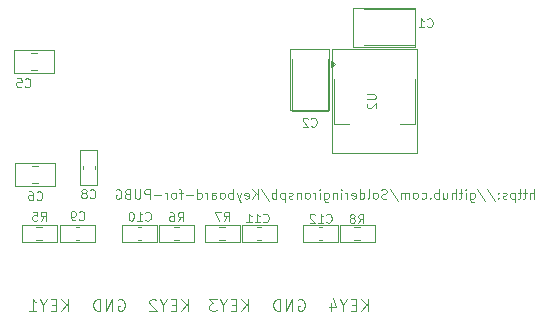
<source format=gbr>
%TF.GenerationSoftware,KiCad,Pcbnew,8.0.7*%
%TF.CreationDate,2025-04-18T18:12:16+03:00*%
%TF.ProjectId,PUBG_KEY,50554247-5f4b-4455-992e-6b696361645f,rev?*%
%TF.SameCoordinates,Original*%
%TF.FileFunction,Legend,Bot*%
%TF.FilePolarity,Positive*%
%FSLAX46Y46*%
G04 Gerber Fmt 4.6, Leading zero omitted, Abs format (unit mm)*
G04 Created by KiCad (PCBNEW 8.0.7) date 2025-04-18 18:12:16*
%MOMM*%
%LPD*%
G01*
G04 APERTURE LIST*
%ADD10C,0.125000*%
%ADD11C,0.100000*%
%ADD12C,0.120000*%
G04 APERTURE END LIST*
D10*
X103227287Y-84395595D02*
X103227287Y-83595595D01*
X102884430Y-84395595D02*
X102884430Y-83976547D01*
X102884430Y-83976547D02*
X102922525Y-83900357D01*
X102922525Y-83900357D02*
X102998716Y-83862261D01*
X102998716Y-83862261D02*
X103113002Y-83862261D01*
X103113002Y-83862261D02*
X103189192Y-83900357D01*
X103189192Y-83900357D02*
X103227287Y-83938452D01*
X102617763Y-83862261D02*
X102313001Y-83862261D01*
X102503477Y-83595595D02*
X102503477Y-84281309D01*
X102503477Y-84281309D02*
X102465382Y-84357500D01*
X102465382Y-84357500D02*
X102389192Y-84395595D01*
X102389192Y-84395595D02*
X102313001Y-84395595D01*
X102160620Y-83862261D02*
X101855858Y-83862261D01*
X102046334Y-83595595D02*
X102046334Y-84281309D01*
X102046334Y-84281309D02*
X102008239Y-84357500D01*
X102008239Y-84357500D02*
X101932049Y-84395595D01*
X101932049Y-84395595D02*
X101855858Y-84395595D01*
X101589191Y-83862261D02*
X101589191Y-84662261D01*
X101589191Y-83900357D02*
X101513001Y-83862261D01*
X101513001Y-83862261D02*
X101360620Y-83862261D01*
X101360620Y-83862261D02*
X101284429Y-83900357D01*
X101284429Y-83900357D02*
X101246334Y-83938452D01*
X101246334Y-83938452D02*
X101208239Y-84014642D01*
X101208239Y-84014642D02*
X101208239Y-84243214D01*
X101208239Y-84243214D02*
X101246334Y-84319404D01*
X101246334Y-84319404D02*
X101284429Y-84357500D01*
X101284429Y-84357500D02*
X101360620Y-84395595D01*
X101360620Y-84395595D02*
X101513001Y-84395595D01*
X101513001Y-84395595D02*
X101589191Y-84357500D01*
X100903477Y-84357500D02*
X100827286Y-84395595D01*
X100827286Y-84395595D02*
X100674905Y-84395595D01*
X100674905Y-84395595D02*
X100598715Y-84357500D01*
X100598715Y-84357500D02*
X100560619Y-84281309D01*
X100560619Y-84281309D02*
X100560619Y-84243214D01*
X100560619Y-84243214D02*
X100598715Y-84167023D01*
X100598715Y-84167023D02*
X100674905Y-84128928D01*
X100674905Y-84128928D02*
X100789191Y-84128928D01*
X100789191Y-84128928D02*
X100865381Y-84090833D01*
X100865381Y-84090833D02*
X100903477Y-84014642D01*
X100903477Y-84014642D02*
X100903477Y-83976547D01*
X100903477Y-83976547D02*
X100865381Y-83900357D01*
X100865381Y-83900357D02*
X100789191Y-83862261D01*
X100789191Y-83862261D02*
X100674905Y-83862261D01*
X100674905Y-83862261D02*
X100598715Y-83900357D01*
X100217762Y-84319404D02*
X100179667Y-84357500D01*
X100179667Y-84357500D02*
X100217762Y-84395595D01*
X100217762Y-84395595D02*
X100255858Y-84357500D01*
X100255858Y-84357500D02*
X100217762Y-84319404D01*
X100217762Y-84319404D02*
X100217762Y-84395595D01*
X100217762Y-83900357D02*
X100179667Y-83938452D01*
X100179667Y-83938452D02*
X100217762Y-83976547D01*
X100217762Y-83976547D02*
X100255858Y-83938452D01*
X100255858Y-83938452D02*
X100217762Y-83900357D01*
X100217762Y-83900357D02*
X100217762Y-83976547D01*
X99265382Y-83557500D02*
X99951096Y-84586071D01*
X98427287Y-83557500D02*
X99113001Y-84586071D01*
X97817763Y-83862261D02*
X97817763Y-84509880D01*
X97817763Y-84509880D02*
X97855858Y-84586071D01*
X97855858Y-84586071D02*
X97893954Y-84624166D01*
X97893954Y-84624166D02*
X97970144Y-84662261D01*
X97970144Y-84662261D02*
X98084430Y-84662261D01*
X98084430Y-84662261D02*
X98160620Y-84624166D01*
X97817763Y-84357500D02*
X97893954Y-84395595D01*
X97893954Y-84395595D02*
X98046335Y-84395595D01*
X98046335Y-84395595D02*
X98122525Y-84357500D01*
X98122525Y-84357500D02*
X98160620Y-84319404D01*
X98160620Y-84319404D02*
X98198716Y-84243214D01*
X98198716Y-84243214D02*
X98198716Y-84014642D01*
X98198716Y-84014642D02*
X98160620Y-83938452D01*
X98160620Y-83938452D02*
X98122525Y-83900357D01*
X98122525Y-83900357D02*
X98046335Y-83862261D01*
X98046335Y-83862261D02*
X97893954Y-83862261D01*
X97893954Y-83862261D02*
X97817763Y-83900357D01*
X97436810Y-84395595D02*
X97436810Y-83862261D01*
X97436810Y-83595595D02*
X97474906Y-83633690D01*
X97474906Y-83633690D02*
X97436810Y-83671785D01*
X97436810Y-83671785D02*
X97398715Y-83633690D01*
X97398715Y-83633690D02*
X97436810Y-83595595D01*
X97436810Y-83595595D02*
X97436810Y-83671785D01*
X97170144Y-83862261D02*
X96865382Y-83862261D01*
X97055858Y-83595595D02*
X97055858Y-84281309D01*
X97055858Y-84281309D02*
X97017763Y-84357500D01*
X97017763Y-84357500D02*
X96941573Y-84395595D01*
X96941573Y-84395595D02*
X96865382Y-84395595D01*
X96598715Y-84395595D02*
X96598715Y-83595595D01*
X96255858Y-84395595D02*
X96255858Y-83976547D01*
X96255858Y-83976547D02*
X96293953Y-83900357D01*
X96293953Y-83900357D02*
X96370144Y-83862261D01*
X96370144Y-83862261D02*
X96484430Y-83862261D01*
X96484430Y-83862261D02*
X96560620Y-83900357D01*
X96560620Y-83900357D02*
X96598715Y-83938452D01*
X95532048Y-83862261D02*
X95532048Y-84395595D01*
X95874905Y-83862261D02*
X95874905Y-84281309D01*
X95874905Y-84281309D02*
X95836810Y-84357500D01*
X95836810Y-84357500D02*
X95760620Y-84395595D01*
X95760620Y-84395595D02*
X95646334Y-84395595D01*
X95646334Y-84395595D02*
X95570143Y-84357500D01*
X95570143Y-84357500D02*
X95532048Y-84319404D01*
X95151095Y-84395595D02*
X95151095Y-83595595D01*
X95151095Y-83900357D02*
X95074905Y-83862261D01*
X95074905Y-83862261D02*
X94922524Y-83862261D01*
X94922524Y-83862261D02*
X94846333Y-83900357D01*
X94846333Y-83900357D02*
X94808238Y-83938452D01*
X94808238Y-83938452D02*
X94770143Y-84014642D01*
X94770143Y-84014642D02*
X94770143Y-84243214D01*
X94770143Y-84243214D02*
X94808238Y-84319404D01*
X94808238Y-84319404D02*
X94846333Y-84357500D01*
X94846333Y-84357500D02*
X94922524Y-84395595D01*
X94922524Y-84395595D02*
X95074905Y-84395595D01*
X95074905Y-84395595D02*
X95151095Y-84357500D01*
X94427285Y-84319404D02*
X94389190Y-84357500D01*
X94389190Y-84357500D02*
X94427285Y-84395595D01*
X94427285Y-84395595D02*
X94465381Y-84357500D01*
X94465381Y-84357500D02*
X94427285Y-84319404D01*
X94427285Y-84319404D02*
X94427285Y-84395595D01*
X93703476Y-84357500D02*
X93779667Y-84395595D01*
X93779667Y-84395595D02*
X93932048Y-84395595D01*
X93932048Y-84395595D02*
X94008238Y-84357500D01*
X94008238Y-84357500D02*
X94046333Y-84319404D01*
X94046333Y-84319404D02*
X94084429Y-84243214D01*
X94084429Y-84243214D02*
X94084429Y-84014642D01*
X94084429Y-84014642D02*
X94046333Y-83938452D01*
X94046333Y-83938452D02*
X94008238Y-83900357D01*
X94008238Y-83900357D02*
X93932048Y-83862261D01*
X93932048Y-83862261D02*
X93779667Y-83862261D01*
X93779667Y-83862261D02*
X93703476Y-83900357D01*
X93246334Y-84395595D02*
X93322524Y-84357500D01*
X93322524Y-84357500D02*
X93360619Y-84319404D01*
X93360619Y-84319404D02*
X93398715Y-84243214D01*
X93398715Y-84243214D02*
X93398715Y-84014642D01*
X93398715Y-84014642D02*
X93360619Y-83938452D01*
X93360619Y-83938452D02*
X93322524Y-83900357D01*
X93322524Y-83900357D02*
X93246334Y-83862261D01*
X93246334Y-83862261D02*
X93132048Y-83862261D01*
X93132048Y-83862261D02*
X93055857Y-83900357D01*
X93055857Y-83900357D02*
X93017762Y-83938452D01*
X93017762Y-83938452D02*
X92979667Y-84014642D01*
X92979667Y-84014642D02*
X92979667Y-84243214D01*
X92979667Y-84243214D02*
X93017762Y-84319404D01*
X93017762Y-84319404D02*
X93055857Y-84357500D01*
X93055857Y-84357500D02*
X93132048Y-84395595D01*
X93132048Y-84395595D02*
X93246334Y-84395595D01*
X92636809Y-84395595D02*
X92636809Y-83862261D01*
X92636809Y-83938452D02*
X92598714Y-83900357D01*
X92598714Y-83900357D02*
X92522524Y-83862261D01*
X92522524Y-83862261D02*
X92408238Y-83862261D01*
X92408238Y-83862261D02*
X92332047Y-83900357D01*
X92332047Y-83900357D02*
X92293952Y-83976547D01*
X92293952Y-83976547D02*
X92293952Y-84395595D01*
X92293952Y-83976547D02*
X92255857Y-83900357D01*
X92255857Y-83900357D02*
X92179666Y-83862261D01*
X92179666Y-83862261D02*
X92065381Y-83862261D01*
X92065381Y-83862261D02*
X91989190Y-83900357D01*
X91989190Y-83900357D02*
X91951095Y-83976547D01*
X91951095Y-83976547D02*
X91951095Y-84395595D01*
X90998714Y-83557500D02*
X91684428Y-84586071D01*
X90770143Y-84357500D02*
X90655857Y-84395595D01*
X90655857Y-84395595D02*
X90465381Y-84395595D01*
X90465381Y-84395595D02*
X90389190Y-84357500D01*
X90389190Y-84357500D02*
X90351095Y-84319404D01*
X90351095Y-84319404D02*
X90313000Y-84243214D01*
X90313000Y-84243214D02*
X90313000Y-84167023D01*
X90313000Y-84167023D02*
X90351095Y-84090833D01*
X90351095Y-84090833D02*
X90389190Y-84052738D01*
X90389190Y-84052738D02*
X90465381Y-84014642D01*
X90465381Y-84014642D02*
X90617762Y-83976547D01*
X90617762Y-83976547D02*
X90693952Y-83938452D01*
X90693952Y-83938452D02*
X90732047Y-83900357D01*
X90732047Y-83900357D02*
X90770143Y-83824166D01*
X90770143Y-83824166D02*
X90770143Y-83747976D01*
X90770143Y-83747976D02*
X90732047Y-83671785D01*
X90732047Y-83671785D02*
X90693952Y-83633690D01*
X90693952Y-83633690D02*
X90617762Y-83595595D01*
X90617762Y-83595595D02*
X90427285Y-83595595D01*
X90427285Y-83595595D02*
X90313000Y-83633690D01*
X89855857Y-84395595D02*
X89932047Y-84357500D01*
X89932047Y-84357500D02*
X89970142Y-84319404D01*
X89970142Y-84319404D02*
X90008238Y-84243214D01*
X90008238Y-84243214D02*
X90008238Y-84014642D01*
X90008238Y-84014642D02*
X89970142Y-83938452D01*
X89970142Y-83938452D02*
X89932047Y-83900357D01*
X89932047Y-83900357D02*
X89855857Y-83862261D01*
X89855857Y-83862261D02*
X89741571Y-83862261D01*
X89741571Y-83862261D02*
X89665380Y-83900357D01*
X89665380Y-83900357D02*
X89627285Y-83938452D01*
X89627285Y-83938452D02*
X89589190Y-84014642D01*
X89589190Y-84014642D02*
X89589190Y-84243214D01*
X89589190Y-84243214D02*
X89627285Y-84319404D01*
X89627285Y-84319404D02*
X89665380Y-84357500D01*
X89665380Y-84357500D02*
X89741571Y-84395595D01*
X89741571Y-84395595D02*
X89855857Y-84395595D01*
X89132047Y-84395595D02*
X89208237Y-84357500D01*
X89208237Y-84357500D02*
X89246332Y-84281309D01*
X89246332Y-84281309D02*
X89246332Y-83595595D01*
X88484427Y-84395595D02*
X88484427Y-83595595D01*
X88484427Y-84357500D02*
X88560618Y-84395595D01*
X88560618Y-84395595D02*
X88712999Y-84395595D01*
X88712999Y-84395595D02*
X88789189Y-84357500D01*
X88789189Y-84357500D02*
X88827284Y-84319404D01*
X88827284Y-84319404D02*
X88865380Y-84243214D01*
X88865380Y-84243214D02*
X88865380Y-84014642D01*
X88865380Y-84014642D02*
X88827284Y-83938452D01*
X88827284Y-83938452D02*
X88789189Y-83900357D01*
X88789189Y-83900357D02*
X88712999Y-83862261D01*
X88712999Y-83862261D02*
X88560618Y-83862261D01*
X88560618Y-83862261D02*
X88484427Y-83900357D01*
X87798712Y-84357500D02*
X87874903Y-84395595D01*
X87874903Y-84395595D02*
X88027284Y-84395595D01*
X88027284Y-84395595D02*
X88103474Y-84357500D01*
X88103474Y-84357500D02*
X88141570Y-84281309D01*
X88141570Y-84281309D02*
X88141570Y-83976547D01*
X88141570Y-83976547D02*
X88103474Y-83900357D01*
X88103474Y-83900357D02*
X88027284Y-83862261D01*
X88027284Y-83862261D02*
X87874903Y-83862261D01*
X87874903Y-83862261D02*
X87798712Y-83900357D01*
X87798712Y-83900357D02*
X87760617Y-83976547D01*
X87760617Y-83976547D02*
X87760617Y-84052738D01*
X87760617Y-84052738D02*
X88141570Y-84128928D01*
X87417760Y-84395595D02*
X87417760Y-83862261D01*
X87417760Y-84014642D02*
X87379665Y-83938452D01*
X87379665Y-83938452D02*
X87341570Y-83900357D01*
X87341570Y-83900357D02*
X87265379Y-83862261D01*
X87265379Y-83862261D02*
X87189189Y-83862261D01*
X86922522Y-84395595D02*
X86922522Y-83862261D01*
X86922522Y-83595595D02*
X86960618Y-83633690D01*
X86960618Y-83633690D02*
X86922522Y-83671785D01*
X86922522Y-83671785D02*
X86884427Y-83633690D01*
X86884427Y-83633690D02*
X86922522Y-83595595D01*
X86922522Y-83595595D02*
X86922522Y-83671785D01*
X86541570Y-83862261D02*
X86541570Y-84395595D01*
X86541570Y-83938452D02*
X86503475Y-83900357D01*
X86503475Y-83900357D02*
X86427285Y-83862261D01*
X86427285Y-83862261D02*
X86312999Y-83862261D01*
X86312999Y-83862261D02*
X86236808Y-83900357D01*
X86236808Y-83900357D02*
X86198713Y-83976547D01*
X86198713Y-83976547D02*
X86198713Y-84395595D01*
X85474903Y-83862261D02*
X85474903Y-84509880D01*
X85474903Y-84509880D02*
X85512998Y-84586071D01*
X85512998Y-84586071D02*
X85551094Y-84624166D01*
X85551094Y-84624166D02*
X85627284Y-84662261D01*
X85627284Y-84662261D02*
X85741570Y-84662261D01*
X85741570Y-84662261D02*
X85817760Y-84624166D01*
X85474903Y-84357500D02*
X85551094Y-84395595D01*
X85551094Y-84395595D02*
X85703475Y-84395595D01*
X85703475Y-84395595D02*
X85779665Y-84357500D01*
X85779665Y-84357500D02*
X85817760Y-84319404D01*
X85817760Y-84319404D02*
X85855856Y-84243214D01*
X85855856Y-84243214D02*
X85855856Y-84014642D01*
X85855856Y-84014642D02*
X85817760Y-83938452D01*
X85817760Y-83938452D02*
X85779665Y-83900357D01*
X85779665Y-83900357D02*
X85703475Y-83862261D01*
X85703475Y-83862261D02*
X85551094Y-83862261D01*
X85551094Y-83862261D02*
X85474903Y-83900357D01*
X85093950Y-84395595D02*
X85093950Y-83862261D01*
X85093950Y-83595595D02*
X85132046Y-83633690D01*
X85132046Y-83633690D02*
X85093950Y-83671785D01*
X85093950Y-83671785D02*
X85055855Y-83633690D01*
X85055855Y-83633690D02*
X85093950Y-83595595D01*
X85093950Y-83595595D02*
X85093950Y-83671785D01*
X84712998Y-84395595D02*
X84712998Y-83862261D01*
X84712998Y-84014642D02*
X84674903Y-83938452D01*
X84674903Y-83938452D02*
X84636808Y-83900357D01*
X84636808Y-83900357D02*
X84560617Y-83862261D01*
X84560617Y-83862261D02*
X84484427Y-83862261D01*
X84103475Y-84395595D02*
X84179665Y-84357500D01*
X84179665Y-84357500D02*
X84217760Y-84319404D01*
X84217760Y-84319404D02*
X84255856Y-84243214D01*
X84255856Y-84243214D02*
X84255856Y-84014642D01*
X84255856Y-84014642D02*
X84217760Y-83938452D01*
X84217760Y-83938452D02*
X84179665Y-83900357D01*
X84179665Y-83900357D02*
X84103475Y-83862261D01*
X84103475Y-83862261D02*
X83989189Y-83862261D01*
X83989189Y-83862261D02*
X83912998Y-83900357D01*
X83912998Y-83900357D02*
X83874903Y-83938452D01*
X83874903Y-83938452D02*
X83836808Y-84014642D01*
X83836808Y-84014642D02*
X83836808Y-84243214D01*
X83836808Y-84243214D02*
X83874903Y-84319404D01*
X83874903Y-84319404D02*
X83912998Y-84357500D01*
X83912998Y-84357500D02*
X83989189Y-84395595D01*
X83989189Y-84395595D02*
X84103475Y-84395595D01*
X83493950Y-83862261D02*
X83493950Y-84395595D01*
X83493950Y-83938452D02*
X83455855Y-83900357D01*
X83455855Y-83900357D02*
X83379665Y-83862261D01*
X83379665Y-83862261D02*
X83265379Y-83862261D01*
X83265379Y-83862261D02*
X83189188Y-83900357D01*
X83189188Y-83900357D02*
X83151093Y-83976547D01*
X83151093Y-83976547D02*
X83151093Y-84395595D01*
X82808236Y-84357500D02*
X82732045Y-84395595D01*
X82732045Y-84395595D02*
X82579664Y-84395595D01*
X82579664Y-84395595D02*
X82503474Y-84357500D01*
X82503474Y-84357500D02*
X82465378Y-84281309D01*
X82465378Y-84281309D02*
X82465378Y-84243214D01*
X82465378Y-84243214D02*
X82503474Y-84167023D01*
X82503474Y-84167023D02*
X82579664Y-84128928D01*
X82579664Y-84128928D02*
X82693950Y-84128928D01*
X82693950Y-84128928D02*
X82770140Y-84090833D01*
X82770140Y-84090833D02*
X82808236Y-84014642D01*
X82808236Y-84014642D02*
X82808236Y-83976547D01*
X82808236Y-83976547D02*
X82770140Y-83900357D01*
X82770140Y-83900357D02*
X82693950Y-83862261D01*
X82693950Y-83862261D02*
X82579664Y-83862261D01*
X82579664Y-83862261D02*
X82503474Y-83900357D01*
X82122521Y-83862261D02*
X82122521Y-84662261D01*
X82122521Y-83900357D02*
X82046331Y-83862261D01*
X82046331Y-83862261D02*
X81893950Y-83862261D01*
X81893950Y-83862261D02*
X81817759Y-83900357D01*
X81817759Y-83900357D02*
X81779664Y-83938452D01*
X81779664Y-83938452D02*
X81741569Y-84014642D01*
X81741569Y-84014642D02*
X81741569Y-84243214D01*
X81741569Y-84243214D02*
X81779664Y-84319404D01*
X81779664Y-84319404D02*
X81817759Y-84357500D01*
X81817759Y-84357500D02*
X81893950Y-84395595D01*
X81893950Y-84395595D02*
X82046331Y-84395595D01*
X82046331Y-84395595D02*
X82122521Y-84357500D01*
X81398711Y-84395595D02*
X81398711Y-83595595D01*
X81398711Y-83900357D02*
X81322521Y-83862261D01*
X81322521Y-83862261D02*
X81170140Y-83862261D01*
X81170140Y-83862261D02*
X81093949Y-83900357D01*
X81093949Y-83900357D02*
X81055854Y-83938452D01*
X81055854Y-83938452D02*
X81017759Y-84014642D01*
X81017759Y-84014642D02*
X81017759Y-84243214D01*
X81017759Y-84243214D02*
X81055854Y-84319404D01*
X81055854Y-84319404D02*
X81093949Y-84357500D01*
X81093949Y-84357500D02*
X81170140Y-84395595D01*
X81170140Y-84395595D02*
X81322521Y-84395595D01*
X81322521Y-84395595D02*
X81398711Y-84357500D01*
X80103473Y-83557500D02*
X80789187Y-84586071D01*
X79836806Y-84395595D02*
X79836806Y-83595595D01*
X79379663Y-84395595D02*
X79722521Y-83938452D01*
X79379663Y-83595595D02*
X79836806Y-84052738D01*
X78732044Y-84357500D02*
X78808235Y-84395595D01*
X78808235Y-84395595D02*
X78960616Y-84395595D01*
X78960616Y-84395595D02*
X79036806Y-84357500D01*
X79036806Y-84357500D02*
X79074902Y-84281309D01*
X79074902Y-84281309D02*
X79074902Y-83976547D01*
X79074902Y-83976547D02*
X79036806Y-83900357D01*
X79036806Y-83900357D02*
X78960616Y-83862261D01*
X78960616Y-83862261D02*
X78808235Y-83862261D01*
X78808235Y-83862261D02*
X78732044Y-83900357D01*
X78732044Y-83900357D02*
X78693949Y-83976547D01*
X78693949Y-83976547D02*
X78693949Y-84052738D01*
X78693949Y-84052738D02*
X79074902Y-84128928D01*
X78427283Y-83862261D02*
X78236807Y-84395595D01*
X78046330Y-83862261D02*
X78236807Y-84395595D01*
X78236807Y-84395595D02*
X78312997Y-84586071D01*
X78312997Y-84586071D02*
X78351092Y-84624166D01*
X78351092Y-84624166D02*
X78427283Y-84662261D01*
X77741568Y-84395595D02*
X77741568Y-83595595D01*
X77741568Y-83900357D02*
X77665378Y-83862261D01*
X77665378Y-83862261D02*
X77512997Y-83862261D01*
X77512997Y-83862261D02*
X77436806Y-83900357D01*
X77436806Y-83900357D02*
X77398711Y-83938452D01*
X77398711Y-83938452D02*
X77360616Y-84014642D01*
X77360616Y-84014642D02*
X77360616Y-84243214D01*
X77360616Y-84243214D02*
X77398711Y-84319404D01*
X77398711Y-84319404D02*
X77436806Y-84357500D01*
X77436806Y-84357500D02*
X77512997Y-84395595D01*
X77512997Y-84395595D02*
X77665378Y-84395595D01*
X77665378Y-84395595D02*
X77741568Y-84357500D01*
X76903473Y-84395595D02*
X76979663Y-84357500D01*
X76979663Y-84357500D02*
X77017758Y-84319404D01*
X77017758Y-84319404D02*
X77055854Y-84243214D01*
X77055854Y-84243214D02*
X77055854Y-84014642D01*
X77055854Y-84014642D02*
X77017758Y-83938452D01*
X77017758Y-83938452D02*
X76979663Y-83900357D01*
X76979663Y-83900357D02*
X76903473Y-83862261D01*
X76903473Y-83862261D02*
X76789187Y-83862261D01*
X76789187Y-83862261D02*
X76712996Y-83900357D01*
X76712996Y-83900357D02*
X76674901Y-83938452D01*
X76674901Y-83938452D02*
X76636806Y-84014642D01*
X76636806Y-84014642D02*
X76636806Y-84243214D01*
X76636806Y-84243214D02*
X76674901Y-84319404D01*
X76674901Y-84319404D02*
X76712996Y-84357500D01*
X76712996Y-84357500D02*
X76789187Y-84395595D01*
X76789187Y-84395595D02*
X76903473Y-84395595D01*
X75951091Y-84395595D02*
X75951091Y-83976547D01*
X75951091Y-83976547D02*
X75989186Y-83900357D01*
X75989186Y-83900357D02*
X76065377Y-83862261D01*
X76065377Y-83862261D02*
X76217758Y-83862261D01*
X76217758Y-83862261D02*
X76293948Y-83900357D01*
X75951091Y-84357500D02*
X76027282Y-84395595D01*
X76027282Y-84395595D02*
X76217758Y-84395595D01*
X76217758Y-84395595D02*
X76293948Y-84357500D01*
X76293948Y-84357500D02*
X76332044Y-84281309D01*
X76332044Y-84281309D02*
X76332044Y-84205119D01*
X76332044Y-84205119D02*
X76293948Y-84128928D01*
X76293948Y-84128928D02*
X76217758Y-84090833D01*
X76217758Y-84090833D02*
X76027282Y-84090833D01*
X76027282Y-84090833D02*
X75951091Y-84052738D01*
X75570138Y-84395595D02*
X75570138Y-83862261D01*
X75570138Y-84014642D02*
X75532043Y-83938452D01*
X75532043Y-83938452D02*
X75493948Y-83900357D01*
X75493948Y-83900357D02*
X75417757Y-83862261D01*
X75417757Y-83862261D02*
X75341567Y-83862261D01*
X74732043Y-84395595D02*
X74732043Y-83595595D01*
X74732043Y-84357500D02*
X74808234Y-84395595D01*
X74808234Y-84395595D02*
X74960615Y-84395595D01*
X74960615Y-84395595D02*
X75036805Y-84357500D01*
X75036805Y-84357500D02*
X75074900Y-84319404D01*
X75074900Y-84319404D02*
X75112996Y-84243214D01*
X75112996Y-84243214D02*
X75112996Y-84014642D01*
X75112996Y-84014642D02*
X75074900Y-83938452D01*
X75074900Y-83938452D02*
X75036805Y-83900357D01*
X75036805Y-83900357D02*
X74960615Y-83862261D01*
X74960615Y-83862261D02*
X74808234Y-83862261D01*
X74808234Y-83862261D02*
X74732043Y-83900357D01*
X74351090Y-84090833D02*
X73741567Y-84090833D01*
X73474900Y-83862261D02*
X73170138Y-83862261D01*
X73360614Y-84395595D02*
X73360614Y-83709880D01*
X73360614Y-83709880D02*
X73322519Y-83633690D01*
X73322519Y-83633690D02*
X73246329Y-83595595D01*
X73246329Y-83595595D02*
X73170138Y-83595595D01*
X72789186Y-84395595D02*
X72865376Y-84357500D01*
X72865376Y-84357500D02*
X72903471Y-84319404D01*
X72903471Y-84319404D02*
X72941567Y-84243214D01*
X72941567Y-84243214D02*
X72941567Y-84014642D01*
X72941567Y-84014642D02*
X72903471Y-83938452D01*
X72903471Y-83938452D02*
X72865376Y-83900357D01*
X72865376Y-83900357D02*
X72789186Y-83862261D01*
X72789186Y-83862261D02*
X72674900Y-83862261D01*
X72674900Y-83862261D02*
X72598709Y-83900357D01*
X72598709Y-83900357D02*
X72560614Y-83938452D01*
X72560614Y-83938452D02*
X72522519Y-84014642D01*
X72522519Y-84014642D02*
X72522519Y-84243214D01*
X72522519Y-84243214D02*
X72560614Y-84319404D01*
X72560614Y-84319404D02*
X72598709Y-84357500D01*
X72598709Y-84357500D02*
X72674900Y-84395595D01*
X72674900Y-84395595D02*
X72789186Y-84395595D01*
X72179661Y-84395595D02*
X72179661Y-83862261D01*
X72179661Y-84014642D02*
X72141566Y-83938452D01*
X72141566Y-83938452D02*
X72103471Y-83900357D01*
X72103471Y-83900357D02*
X72027280Y-83862261D01*
X72027280Y-83862261D02*
X71951090Y-83862261D01*
X71684423Y-84090833D02*
X71074900Y-84090833D01*
X70693947Y-84395595D02*
X70693947Y-83595595D01*
X70693947Y-83595595D02*
X70389185Y-83595595D01*
X70389185Y-83595595D02*
X70312995Y-83633690D01*
X70312995Y-83633690D02*
X70274900Y-83671785D01*
X70274900Y-83671785D02*
X70236804Y-83747976D01*
X70236804Y-83747976D02*
X70236804Y-83862261D01*
X70236804Y-83862261D02*
X70274900Y-83938452D01*
X70274900Y-83938452D02*
X70312995Y-83976547D01*
X70312995Y-83976547D02*
X70389185Y-84014642D01*
X70389185Y-84014642D02*
X70693947Y-84014642D01*
X69893947Y-83595595D02*
X69893947Y-84243214D01*
X69893947Y-84243214D02*
X69855852Y-84319404D01*
X69855852Y-84319404D02*
X69817757Y-84357500D01*
X69817757Y-84357500D02*
X69741566Y-84395595D01*
X69741566Y-84395595D02*
X69589185Y-84395595D01*
X69589185Y-84395595D02*
X69512995Y-84357500D01*
X69512995Y-84357500D02*
X69474900Y-84319404D01*
X69474900Y-84319404D02*
X69436804Y-84243214D01*
X69436804Y-84243214D02*
X69436804Y-83595595D01*
X68789186Y-83976547D02*
X68674900Y-84014642D01*
X68674900Y-84014642D02*
X68636805Y-84052738D01*
X68636805Y-84052738D02*
X68598709Y-84128928D01*
X68598709Y-84128928D02*
X68598709Y-84243214D01*
X68598709Y-84243214D02*
X68636805Y-84319404D01*
X68636805Y-84319404D02*
X68674900Y-84357500D01*
X68674900Y-84357500D02*
X68751090Y-84395595D01*
X68751090Y-84395595D02*
X69055852Y-84395595D01*
X69055852Y-84395595D02*
X69055852Y-83595595D01*
X69055852Y-83595595D02*
X68789186Y-83595595D01*
X68789186Y-83595595D02*
X68712995Y-83633690D01*
X68712995Y-83633690D02*
X68674900Y-83671785D01*
X68674900Y-83671785D02*
X68636805Y-83747976D01*
X68636805Y-83747976D02*
X68636805Y-83824166D01*
X68636805Y-83824166D02*
X68674900Y-83900357D01*
X68674900Y-83900357D02*
X68712995Y-83938452D01*
X68712995Y-83938452D02*
X68789186Y-83976547D01*
X68789186Y-83976547D02*
X69055852Y-83976547D01*
X67836805Y-83633690D02*
X67912995Y-83595595D01*
X67912995Y-83595595D02*
X68027281Y-83595595D01*
X68027281Y-83595595D02*
X68141567Y-83633690D01*
X68141567Y-83633690D02*
X68217757Y-83709880D01*
X68217757Y-83709880D02*
X68255852Y-83786071D01*
X68255852Y-83786071D02*
X68293948Y-83938452D01*
X68293948Y-83938452D02*
X68293948Y-84052738D01*
X68293948Y-84052738D02*
X68255852Y-84205119D01*
X68255852Y-84205119D02*
X68217757Y-84281309D01*
X68217757Y-84281309D02*
X68141567Y-84357500D01*
X68141567Y-84357500D02*
X68027281Y-84395595D01*
X68027281Y-84395595D02*
X67951090Y-84395595D01*
X67951090Y-84395595D02*
X67836805Y-84357500D01*
X67836805Y-84357500D02*
X67798709Y-84319404D01*
X67798709Y-84319404D02*
X67798709Y-84052738D01*
X67798709Y-84052738D02*
X67951090Y-84052738D01*
D11*
X89193258Y-93872419D02*
X89193258Y-92872419D01*
X88621830Y-93872419D02*
X89050401Y-93300990D01*
X88621830Y-92872419D02*
X89193258Y-93443847D01*
X88193258Y-93348609D02*
X87859925Y-93348609D01*
X87717068Y-93872419D02*
X88193258Y-93872419D01*
X88193258Y-93872419D02*
X88193258Y-92872419D01*
X88193258Y-92872419D02*
X87717068Y-92872419D01*
X87098020Y-93396228D02*
X87098020Y-93872419D01*
X87431353Y-92872419D02*
X87098020Y-93396228D01*
X87098020Y-93396228D02*
X86764687Y-92872419D01*
X86002782Y-93205752D02*
X86002782Y-93872419D01*
X86240877Y-92824800D02*
X86478972Y-93539085D01*
X86478972Y-93539085D02*
X85859925Y-93539085D01*
X83256116Y-92920038D02*
X83351354Y-92872419D01*
X83351354Y-92872419D02*
X83494211Y-92872419D01*
X83494211Y-92872419D02*
X83637068Y-92920038D01*
X83637068Y-92920038D02*
X83732306Y-93015276D01*
X83732306Y-93015276D02*
X83779925Y-93110514D01*
X83779925Y-93110514D02*
X83827544Y-93300990D01*
X83827544Y-93300990D02*
X83827544Y-93443847D01*
X83827544Y-93443847D02*
X83779925Y-93634323D01*
X83779925Y-93634323D02*
X83732306Y-93729561D01*
X83732306Y-93729561D02*
X83637068Y-93824800D01*
X83637068Y-93824800D02*
X83494211Y-93872419D01*
X83494211Y-93872419D02*
X83398973Y-93872419D01*
X83398973Y-93872419D02*
X83256116Y-93824800D01*
X83256116Y-93824800D02*
X83208497Y-93777180D01*
X83208497Y-93777180D02*
X83208497Y-93443847D01*
X83208497Y-93443847D02*
X83398973Y-93443847D01*
X82779925Y-93872419D02*
X82779925Y-92872419D01*
X82779925Y-92872419D02*
X82208497Y-93872419D01*
X82208497Y-93872419D02*
X82208497Y-92872419D01*
X81732306Y-93872419D02*
X81732306Y-92872419D01*
X81732306Y-92872419D02*
X81494211Y-92872419D01*
X81494211Y-92872419D02*
X81351354Y-92920038D01*
X81351354Y-92920038D02*
X81256116Y-93015276D01*
X81256116Y-93015276D02*
X81208497Y-93110514D01*
X81208497Y-93110514D02*
X81160878Y-93300990D01*
X81160878Y-93300990D02*
X81160878Y-93443847D01*
X81160878Y-93443847D02*
X81208497Y-93634323D01*
X81208497Y-93634323D02*
X81256116Y-93729561D01*
X81256116Y-93729561D02*
X81351354Y-93824800D01*
X81351354Y-93824800D02*
X81494211Y-93872419D01*
X81494211Y-93872419D02*
X81732306Y-93872419D01*
X79033258Y-93872419D02*
X79033258Y-92872419D01*
X78461830Y-93872419D02*
X78890401Y-93300990D01*
X78461830Y-92872419D02*
X79033258Y-93443847D01*
X78033258Y-93348609D02*
X77699925Y-93348609D01*
X77557068Y-93872419D02*
X78033258Y-93872419D01*
X78033258Y-93872419D02*
X78033258Y-92872419D01*
X78033258Y-92872419D02*
X77557068Y-92872419D01*
X76938020Y-93396228D02*
X76938020Y-93872419D01*
X77271353Y-92872419D02*
X76938020Y-93396228D01*
X76938020Y-93396228D02*
X76604687Y-92872419D01*
X76366591Y-92872419D02*
X75747544Y-92872419D01*
X75747544Y-92872419D02*
X76080877Y-93253371D01*
X76080877Y-93253371D02*
X75938020Y-93253371D01*
X75938020Y-93253371D02*
X75842782Y-93300990D01*
X75842782Y-93300990D02*
X75795163Y-93348609D01*
X75795163Y-93348609D02*
X75747544Y-93443847D01*
X75747544Y-93443847D02*
X75747544Y-93681942D01*
X75747544Y-93681942D02*
X75795163Y-93777180D01*
X75795163Y-93777180D02*
X75842782Y-93824800D01*
X75842782Y-93824800D02*
X75938020Y-93872419D01*
X75938020Y-93872419D02*
X76223734Y-93872419D01*
X76223734Y-93872419D02*
X76318972Y-93824800D01*
X76318972Y-93824800D02*
X76366591Y-93777180D01*
X68016116Y-92920038D02*
X68111354Y-92872419D01*
X68111354Y-92872419D02*
X68254211Y-92872419D01*
X68254211Y-92872419D02*
X68397068Y-92920038D01*
X68397068Y-92920038D02*
X68492306Y-93015276D01*
X68492306Y-93015276D02*
X68539925Y-93110514D01*
X68539925Y-93110514D02*
X68587544Y-93300990D01*
X68587544Y-93300990D02*
X68587544Y-93443847D01*
X68587544Y-93443847D02*
X68539925Y-93634323D01*
X68539925Y-93634323D02*
X68492306Y-93729561D01*
X68492306Y-93729561D02*
X68397068Y-93824800D01*
X68397068Y-93824800D02*
X68254211Y-93872419D01*
X68254211Y-93872419D02*
X68158973Y-93872419D01*
X68158973Y-93872419D02*
X68016116Y-93824800D01*
X68016116Y-93824800D02*
X67968497Y-93777180D01*
X67968497Y-93777180D02*
X67968497Y-93443847D01*
X67968497Y-93443847D02*
X68158973Y-93443847D01*
X67539925Y-93872419D02*
X67539925Y-92872419D01*
X67539925Y-92872419D02*
X66968497Y-93872419D01*
X66968497Y-93872419D02*
X66968497Y-92872419D01*
X66492306Y-93872419D02*
X66492306Y-92872419D01*
X66492306Y-92872419D02*
X66254211Y-92872419D01*
X66254211Y-92872419D02*
X66111354Y-92920038D01*
X66111354Y-92920038D02*
X66016116Y-93015276D01*
X66016116Y-93015276D02*
X65968497Y-93110514D01*
X65968497Y-93110514D02*
X65920878Y-93300990D01*
X65920878Y-93300990D02*
X65920878Y-93443847D01*
X65920878Y-93443847D02*
X65968497Y-93634323D01*
X65968497Y-93634323D02*
X66016116Y-93729561D01*
X66016116Y-93729561D02*
X66111354Y-93824800D01*
X66111354Y-93824800D02*
X66254211Y-93872419D01*
X66254211Y-93872419D02*
X66492306Y-93872419D01*
X73953258Y-93872419D02*
X73953258Y-92872419D01*
X73381830Y-93872419D02*
X73810401Y-93300990D01*
X73381830Y-92872419D02*
X73953258Y-93443847D01*
X72953258Y-93348609D02*
X72619925Y-93348609D01*
X72477068Y-93872419D02*
X72953258Y-93872419D01*
X72953258Y-93872419D02*
X72953258Y-92872419D01*
X72953258Y-92872419D02*
X72477068Y-92872419D01*
X71858020Y-93396228D02*
X71858020Y-93872419D01*
X72191353Y-92872419D02*
X71858020Y-93396228D01*
X71858020Y-93396228D02*
X71524687Y-92872419D01*
X71238972Y-92967657D02*
X71191353Y-92920038D01*
X71191353Y-92920038D02*
X71096115Y-92872419D01*
X71096115Y-92872419D02*
X70858020Y-92872419D01*
X70858020Y-92872419D02*
X70762782Y-92920038D01*
X70762782Y-92920038D02*
X70715163Y-92967657D01*
X70715163Y-92967657D02*
X70667544Y-93062895D01*
X70667544Y-93062895D02*
X70667544Y-93158133D01*
X70667544Y-93158133D02*
X70715163Y-93300990D01*
X70715163Y-93300990D02*
X71286591Y-93872419D01*
X71286591Y-93872419D02*
X70667544Y-93872419D01*
X63793258Y-93872419D02*
X63793258Y-92872419D01*
X63221830Y-93872419D02*
X63650401Y-93300990D01*
X63221830Y-92872419D02*
X63793258Y-93443847D01*
X62793258Y-93348609D02*
X62459925Y-93348609D01*
X62317068Y-93872419D02*
X62793258Y-93872419D01*
X62793258Y-93872419D02*
X62793258Y-92872419D01*
X62793258Y-92872419D02*
X62317068Y-92872419D01*
X61698020Y-93396228D02*
X61698020Y-93872419D01*
X62031353Y-92872419D02*
X61698020Y-93396228D01*
X61698020Y-93396228D02*
X61364687Y-92872419D01*
X60507544Y-93872419D02*
X61078972Y-93872419D01*
X60793258Y-93872419D02*
X60793258Y-92872419D01*
X60793258Y-92872419D02*
X60888496Y-93015276D01*
X60888496Y-93015276D02*
X60983734Y-93110514D01*
X60983734Y-93110514D02*
X61078972Y-93158133D01*
D10*
X84350000Y-78199035D02*
X84385714Y-78234750D01*
X84385714Y-78234750D02*
X84492857Y-78270464D01*
X84492857Y-78270464D02*
X84564285Y-78270464D01*
X84564285Y-78270464D02*
X84671428Y-78234750D01*
X84671428Y-78234750D02*
X84742857Y-78163321D01*
X84742857Y-78163321D02*
X84778571Y-78091892D01*
X84778571Y-78091892D02*
X84814285Y-77949035D01*
X84814285Y-77949035D02*
X84814285Y-77841892D01*
X84814285Y-77841892D02*
X84778571Y-77699035D01*
X84778571Y-77699035D02*
X84742857Y-77627607D01*
X84742857Y-77627607D02*
X84671428Y-77556178D01*
X84671428Y-77556178D02*
X84564285Y-77520464D01*
X84564285Y-77520464D02*
X84492857Y-77520464D01*
X84492857Y-77520464D02*
X84385714Y-77556178D01*
X84385714Y-77556178D02*
X84350000Y-77591892D01*
X84064285Y-77591892D02*
X84028571Y-77556178D01*
X84028571Y-77556178D02*
X83957143Y-77520464D01*
X83957143Y-77520464D02*
X83778571Y-77520464D01*
X83778571Y-77520464D02*
X83707143Y-77556178D01*
X83707143Y-77556178D02*
X83671428Y-77591892D01*
X83671428Y-77591892D02*
X83635714Y-77663321D01*
X83635714Y-77663321D02*
X83635714Y-77734750D01*
X83635714Y-77734750D02*
X83671428Y-77841892D01*
X83671428Y-77841892D02*
X84100000Y-78270464D01*
X84100000Y-78270464D02*
X83635714Y-78270464D01*
X70332143Y-86169035D02*
X70367857Y-86204750D01*
X70367857Y-86204750D02*
X70475000Y-86240464D01*
X70475000Y-86240464D02*
X70546428Y-86240464D01*
X70546428Y-86240464D02*
X70653571Y-86204750D01*
X70653571Y-86204750D02*
X70725000Y-86133321D01*
X70725000Y-86133321D02*
X70760714Y-86061892D01*
X70760714Y-86061892D02*
X70796428Y-85919035D01*
X70796428Y-85919035D02*
X70796428Y-85811892D01*
X70796428Y-85811892D02*
X70760714Y-85669035D01*
X70760714Y-85669035D02*
X70725000Y-85597607D01*
X70725000Y-85597607D02*
X70653571Y-85526178D01*
X70653571Y-85526178D02*
X70546428Y-85490464D01*
X70546428Y-85490464D02*
X70475000Y-85490464D01*
X70475000Y-85490464D02*
X70367857Y-85526178D01*
X70367857Y-85526178D02*
X70332143Y-85561892D01*
X69617857Y-86240464D02*
X70046428Y-86240464D01*
X69832143Y-86240464D02*
X69832143Y-85490464D01*
X69832143Y-85490464D02*
X69903571Y-85597607D01*
X69903571Y-85597607D02*
X69975000Y-85669035D01*
X69975000Y-85669035D02*
X70046428Y-85704750D01*
X69153571Y-85490464D02*
X69082142Y-85490464D01*
X69082142Y-85490464D02*
X69010714Y-85526178D01*
X69010714Y-85526178D02*
X68975000Y-85561892D01*
X68975000Y-85561892D02*
X68939285Y-85633321D01*
X68939285Y-85633321D02*
X68903571Y-85776178D01*
X68903571Y-85776178D02*
X68903571Y-85954750D01*
X68903571Y-85954750D02*
X68939285Y-86097607D01*
X68939285Y-86097607D02*
X68975000Y-86169035D01*
X68975000Y-86169035D02*
X69010714Y-86204750D01*
X69010714Y-86204750D02*
X69082142Y-86240464D01*
X69082142Y-86240464D02*
X69153571Y-86240464D01*
X69153571Y-86240464D02*
X69225000Y-86204750D01*
X69225000Y-86204750D02*
X69260714Y-86169035D01*
X69260714Y-86169035D02*
X69296428Y-86097607D01*
X69296428Y-86097607D02*
X69332142Y-85954750D01*
X69332142Y-85954750D02*
X69332142Y-85776178D01*
X69332142Y-85776178D02*
X69296428Y-85633321D01*
X69296428Y-85633321D02*
X69260714Y-85561892D01*
X69260714Y-85561892D02*
X69225000Y-85526178D01*
X69225000Y-85526178D02*
X69153571Y-85490464D01*
X76960000Y-86240464D02*
X77210000Y-85883321D01*
X77388571Y-86240464D02*
X77388571Y-85490464D01*
X77388571Y-85490464D02*
X77102857Y-85490464D01*
X77102857Y-85490464D02*
X77031428Y-85526178D01*
X77031428Y-85526178D02*
X76995714Y-85561892D01*
X76995714Y-85561892D02*
X76960000Y-85633321D01*
X76960000Y-85633321D02*
X76960000Y-85740464D01*
X76960000Y-85740464D02*
X76995714Y-85811892D01*
X76995714Y-85811892D02*
X77031428Y-85847607D01*
X77031428Y-85847607D02*
X77102857Y-85883321D01*
X77102857Y-85883321D02*
X77388571Y-85883321D01*
X76710000Y-85490464D02*
X76210000Y-85490464D01*
X76210000Y-85490464D02*
X76531428Y-86240464D01*
X85652143Y-86339035D02*
X85687857Y-86374750D01*
X85687857Y-86374750D02*
X85795000Y-86410464D01*
X85795000Y-86410464D02*
X85866428Y-86410464D01*
X85866428Y-86410464D02*
X85973571Y-86374750D01*
X85973571Y-86374750D02*
X86045000Y-86303321D01*
X86045000Y-86303321D02*
X86080714Y-86231892D01*
X86080714Y-86231892D02*
X86116428Y-86089035D01*
X86116428Y-86089035D02*
X86116428Y-85981892D01*
X86116428Y-85981892D02*
X86080714Y-85839035D01*
X86080714Y-85839035D02*
X86045000Y-85767607D01*
X86045000Y-85767607D02*
X85973571Y-85696178D01*
X85973571Y-85696178D02*
X85866428Y-85660464D01*
X85866428Y-85660464D02*
X85795000Y-85660464D01*
X85795000Y-85660464D02*
X85687857Y-85696178D01*
X85687857Y-85696178D02*
X85652143Y-85731892D01*
X84937857Y-86410464D02*
X85366428Y-86410464D01*
X85152143Y-86410464D02*
X85152143Y-85660464D01*
X85152143Y-85660464D02*
X85223571Y-85767607D01*
X85223571Y-85767607D02*
X85295000Y-85839035D01*
X85295000Y-85839035D02*
X85366428Y-85874750D01*
X84652142Y-85731892D02*
X84616428Y-85696178D01*
X84616428Y-85696178D02*
X84545000Y-85660464D01*
X84545000Y-85660464D02*
X84366428Y-85660464D01*
X84366428Y-85660464D02*
X84295000Y-85696178D01*
X84295000Y-85696178D02*
X84259285Y-85731892D01*
X84259285Y-85731892D02*
X84223571Y-85803321D01*
X84223571Y-85803321D02*
X84223571Y-85874750D01*
X84223571Y-85874750D02*
X84259285Y-85981892D01*
X84259285Y-85981892D02*
X84687857Y-86410464D01*
X84687857Y-86410464D02*
X84223571Y-86410464D01*
X61135000Y-84424035D02*
X61170714Y-84459750D01*
X61170714Y-84459750D02*
X61277857Y-84495464D01*
X61277857Y-84495464D02*
X61349285Y-84495464D01*
X61349285Y-84495464D02*
X61456428Y-84459750D01*
X61456428Y-84459750D02*
X61527857Y-84388321D01*
X61527857Y-84388321D02*
X61563571Y-84316892D01*
X61563571Y-84316892D02*
X61599285Y-84174035D01*
X61599285Y-84174035D02*
X61599285Y-84066892D01*
X61599285Y-84066892D02*
X61563571Y-83924035D01*
X61563571Y-83924035D02*
X61527857Y-83852607D01*
X61527857Y-83852607D02*
X61456428Y-83781178D01*
X61456428Y-83781178D02*
X61349285Y-83745464D01*
X61349285Y-83745464D02*
X61277857Y-83745464D01*
X61277857Y-83745464D02*
X61170714Y-83781178D01*
X61170714Y-83781178D02*
X61135000Y-83816892D01*
X60492143Y-83745464D02*
X60635000Y-83745464D01*
X60635000Y-83745464D02*
X60706428Y-83781178D01*
X60706428Y-83781178D02*
X60742143Y-83816892D01*
X60742143Y-83816892D02*
X60813571Y-83924035D01*
X60813571Y-83924035D02*
X60849285Y-84066892D01*
X60849285Y-84066892D02*
X60849285Y-84352607D01*
X60849285Y-84352607D02*
X60813571Y-84424035D01*
X60813571Y-84424035D02*
X60777857Y-84459750D01*
X60777857Y-84459750D02*
X60706428Y-84495464D01*
X60706428Y-84495464D02*
X60563571Y-84495464D01*
X60563571Y-84495464D02*
X60492143Y-84459750D01*
X60492143Y-84459750D02*
X60456428Y-84424035D01*
X60456428Y-84424035D02*
X60420714Y-84352607D01*
X60420714Y-84352607D02*
X60420714Y-84174035D01*
X60420714Y-84174035D02*
X60456428Y-84102607D01*
X60456428Y-84102607D02*
X60492143Y-84066892D01*
X60492143Y-84066892D02*
X60563571Y-84031178D01*
X60563571Y-84031178D02*
X60706428Y-84031178D01*
X60706428Y-84031178D02*
X60777857Y-84066892D01*
X60777857Y-84066892D02*
X60813571Y-84102607D01*
X60813571Y-84102607D02*
X60849285Y-84174035D01*
X89090464Y-75538571D02*
X89697607Y-75538571D01*
X89697607Y-75538571D02*
X89769035Y-75574285D01*
X89769035Y-75574285D02*
X89804750Y-75610000D01*
X89804750Y-75610000D02*
X89840464Y-75681428D01*
X89840464Y-75681428D02*
X89840464Y-75824285D01*
X89840464Y-75824285D02*
X89804750Y-75895714D01*
X89804750Y-75895714D02*
X89769035Y-75931428D01*
X89769035Y-75931428D02*
X89697607Y-75967142D01*
X89697607Y-75967142D02*
X89090464Y-75967142D01*
X89161892Y-76288571D02*
X89126178Y-76324285D01*
X89126178Y-76324285D02*
X89090464Y-76395714D01*
X89090464Y-76395714D02*
X89090464Y-76574285D01*
X89090464Y-76574285D02*
X89126178Y-76645714D01*
X89126178Y-76645714D02*
X89161892Y-76681428D01*
X89161892Y-76681428D02*
X89233321Y-76717142D01*
X89233321Y-76717142D02*
X89304750Y-76717142D01*
X89304750Y-76717142D02*
X89411892Y-76681428D01*
X89411892Y-76681428D02*
X89840464Y-76252856D01*
X89840464Y-76252856D02*
X89840464Y-76717142D01*
X94190000Y-69799035D02*
X94225714Y-69834750D01*
X94225714Y-69834750D02*
X94332857Y-69870464D01*
X94332857Y-69870464D02*
X94404285Y-69870464D01*
X94404285Y-69870464D02*
X94511428Y-69834750D01*
X94511428Y-69834750D02*
X94582857Y-69763321D01*
X94582857Y-69763321D02*
X94618571Y-69691892D01*
X94618571Y-69691892D02*
X94654285Y-69549035D01*
X94654285Y-69549035D02*
X94654285Y-69441892D01*
X94654285Y-69441892D02*
X94618571Y-69299035D01*
X94618571Y-69299035D02*
X94582857Y-69227607D01*
X94582857Y-69227607D02*
X94511428Y-69156178D01*
X94511428Y-69156178D02*
X94404285Y-69120464D01*
X94404285Y-69120464D02*
X94332857Y-69120464D01*
X94332857Y-69120464D02*
X94225714Y-69156178D01*
X94225714Y-69156178D02*
X94190000Y-69191892D01*
X93475714Y-69870464D02*
X93904285Y-69870464D01*
X93690000Y-69870464D02*
X93690000Y-69120464D01*
X93690000Y-69120464D02*
X93761428Y-69227607D01*
X93761428Y-69227607D02*
X93832857Y-69299035D01*
X93832857Y-69299035D02*
X93904285Y-69334750D01*
X65625000Y-84269035D02*
X65660714Y-84304750D01*
X65660714Y-84304750D02*
X65767857Y-84340464D01*
X65767857Y-84340464D02*
X65839285Y-84340464D01*
X65839285Y-84340464D02*
X65946428Y-84304750D01*
X65946428Y-84304750D02*
X66017857Y-84233321D01*
X66017857Y-84233321D02*
X66053571Y-84161892D01*
X66053571Y-84161892D02*
X66089285Y-84019035D01*
X66089285Y-84019035D02*
X66089285Y-83911892D01*
X66089285Y-83911892D02*
X66053571Y-83769035D01*
X66053571Y-83769035D02*
X66017857Y-83697607D01*
X66017857Y-83697607D02*
X65946428Y-83626178D01*
X65946428Y-83626178D02*
X65839285Y-83590464D01*
X65839285Y-83590464D02*
X65767857Y-83590464D01*
X65767857Y-83590464D02*
X65660714Y-83626178D01*
X65660714Y-83626178D02*
X65625000Y-83661892D01*
X65196428Y-83911892D02*
X65267857Y-83876178D01*
X65267857Y-83876178D02*
X65303571Y-83840464D01*
X65303571Y-83840464D02*
X65339285Y-83769035D01*
X65339285Y-83769035D02*
X65339285Y-83733321D01*
X65339285Y-83733321D02*
X65303571Y-83661892D01*
X65303571Y-83661892D02*
X65267857Y-83626178D01*
X65267857Y-83626178D02*
X65196428Y-83590464D01*
X65196428Y-83590464D02*
X65053571Y-83590464D01*
X65053571Y-83590464D02*
X64982143Y-83626178D01*
X64982143Y-83626178D02*
X64946428Y-83661892D01*
X64946428Y-83661892D02*
X64910714Y-83733321D01*
X64910714Y-83733321D02*
X64910714Y-83769035D01*
X64910714Y-83769035D02*
X64946428Y-83840464D01*
X64946428Y-83840464D02*
X64982143Y-83876178D01*
X64982143Y-83876178D02*
X65053571Y-83911892D01*
X65053571Y-83911892D02*
X65196428Y-83911892D01*
X65196428Y-83911892D02*
X65267857Y-83947607D01*
X65267857Y-83947607D02*
X65303571Y-83983321D01*
X65303571Y-83983321D02*
X65339285Y-84054750D01*
X65339285Y-84054750D02*
X65339285Y-84197607D01*
X65339285Y-84197607D02*
X65303571Y-84269035D01*
X65303571Y-84269035D02*
X65267857Y-84304750D01*
X65267857Y-84304750D02*
X65196428Y-84340464D01*
X65196428Y-84340464D02*
X65053571Y-84340464D01*
X65053571Y-84340464D02*
X64982143Y-84304750D01*
X64982143Y-84304750D02*
X64946428Y-84269035D01*
X64946428Y-84269035D02*
X64910714Y-84197607D01*
X64910714Y-84197607D02*
X64910714Y-84054750D01*
X64910714Y-84054750D02*
X64946428Y-83983321D01*
X64946428Y-83983321D02*
X64982143Y-83947607D01*
X64982143Y-83947607D02*
X65053571Y-83911892D01*
X80312143Y-86319035D02*
X80347857Y-86354750D01*
X80347857Y-86354750D02*
X80455000Y-86390464D01*
X80455000Y-86390464D02*
X80526428Y-86390464D01*
X80526428Y-86390464D02*
X80633571Y-86354750D01*
X80633571Y-86354750D02*
X80705000Y-86283321D01*
X80705000Y-86283321D02*
X80740714Y-86211892D01*
X80740714Y-86211892D02*
X80776428Y-86069035D01*
X80776428Y-86069035D02*
X80776428Y-85961892D01*
X80776428Y-85961892D02*
X80740714Y-85819035D01*
X80740714Y-85819035D02*
X80705000Y-85747607D01*
X80705000Y-85747607D02*
X80633571Y-85676178D01*
X80633571Y-85676178D02*
X80526428Y-85640464D01*
X80526428Y-85640464D02*
X80455000Y-85640464D01*
X80455000Y-85640464D02*
X80347857Y-85676178D01*
X80347857Y-85676178D02*
X80312143Y-85711892D01*
X79597857Y-86390464D02*
X80026428Y-86390464D01*
X79812143Y-86390464D02*
X79812143Y-85640464D01*
X79812143Y-85640464D02*
X79883571Y-85747607D01*
X79883571Y-85747607D02*
X79955000Y-85819035D01*
X79955000Y-85819035D02*
X80026428Y-85854750D01*
X78883571Y-86390464D02*
X79312142Y-86390464D01*
X79097857Y-86390464D02*
X79097857Y-85640464D01*
X79097857Y-85640464D02*
X79169285Y-85747607D01*
X79169285Y-85747607D02*
X79240714Y-85819035D01*
X79240714Y-85819035D02*
X79312142Y-85854750D01*
X60125000Y-74854035D02*
X60160714Y-74889750D01*
X60160714Y-74889750D02*
X60267857Y-74925464D01*
X60267857Y-74925464D02*
X60339285Y-74925464D01*
X60339285Y-74925464D02*
X60446428Y-74889750D01*
X60446428Y-74889750D02*
X60517857Y-74818321D01*
X60517857Y-74818321D02*
X60553571Y-74746892D01*
X60553571Y-74746892D02*
X60589285Y-74604035D01*
X60589285Y-74604035D02*
X60589285Y-74496892D01*
X60589285Y-74496892D02*
X60553571Y-74354035D01*
X60553571Y-74354035D02*
X60517857Y-74282607D01*
X60517857Y-74282607D02*
X60446428Y-74211178D01*
X60446428Y-74211178D02*
X60339285Y-74175464D01*
X60339285Y-74175464D02*
X60267857Y-74175464D01*
X60267857Y-74175464D02*
X60160714Y-74211178D01*
X60160714Y-74211178D02*
X60125000Y-74246892D01*
X59446428Y-74175464D02*
X59803571Y-74175464D01*
X59803571Y-74175464D02*
X59839285Y-74532607D01*
X59839285Y-74532607D02*
X59803571Y-74496892D01*
X59803571Y-74496892D02*
X59732143Y-74461178D01*
X59732143Y-74461178D02*
X59553571Y-74461178D01*
X59553571Y-74461178D02*
X59482143Y-74496892D01*
X59482143Y-74496892D02*
X59446428Y-74532607D01*
X59446428Y-74532607D02*
X59410714Y-74604035D01*
X59410714Y-74604035D02*
X59410714Y-74782607D01*
X59410714Y-74782607D02*
X59446428Y-74854035D01*
X59446428Y-74854035D02*
X59482143Y-74889750D01*
X59482143Y-74889750D02*
X59553571Y-74925464D01*
X59553571Y-74925464D02*
X59732143Y-74925464D01*
X59732143Y-74925464D02*
X59803571Y-74889750D01*
X59803571Y-74889750D02*
X59839285Y-74854035D01*
X73065000Y-86290464D02*
X73315000Y-85933321D01*
X73493571Y-86290464D02*
X73493571Y-85540464D01*
X73493571Y-85540464D02*
X73207857Y-85540464D01*
X73207857Y-85540464D02*
X73136428Y-85576178D01*
X73136428Y-85576178D02*
X73100714Y-85611892D01*
X73100714Y-85611892D02*
X73065000Y-85683321D01*
X73065000Y-85683321D02*
X73065000Y-85790464D01*
X73065000Y-85790464D02*
X73100714Y-85861892D01*
X73100714Y-85861892D02*
X73136428Y-85897607D01*
X73136428Y-85897607D02*
X73207857Y-85933321D01*
X73207857Y-85933321D02*
X73493571Y-85933321D01*
X72422143Y-85540464D02*
X72565000Y-85540464D01*
X72565000Y-85540464D02*
X72636428Y-85576178D01*
X72636428Y-85576178D02*
X72672143Y-85611892D01*
X72672143Y-85611892D02*
X72743571Y-85719035D01*
X72743571Y-85719035D02*
X72779285Y-85861892D01*
X72779285Y-85861892D02*
X72779285Y-86147607D01*
X72779285Y-86147607D02*
X72743571Y-86219035D01*
X72743571Y-86219035D02*
X72707857Y-86254750D01*
X72707857Y-86254750D02*
X72636428Y-86290464D01*
X72636428Y-86290464D02*
X72493571Y-86290464D01*
X72493571Y-86290464D02*
X72422143Y-86254750D01*
X72422143Y-86254750D02*
X72386428Y-86219035D01*
X72386428Y-86219035D02*
X72350714Y-86147607D01*
X72350714Y-86147607D02*
X72350714Y-85969035D01*
X72350714Y-85969035D02*
X72386428Y-85897607D01*
X72386428Y-85897607D02*
X72422143Y-85861892D01*
X72422143Y-85861892D02*
X72493571Y-85826178D01*
X72493571Y-85826178D02*
X72636428Y-85826178D01*
X72636428Y-85826178D02*
X72707857Y-85861892D01*
X72707857Y-85861892D02*
X72743571Y-85897607D01*
X72743571Y-85897607D02*
X72779285Y-85969035D01*
X64705000Y-86119035D02*
X64740714Y-86154750D01*
X64740714Y-86154750D02*
X64847857Y-86190464D01*
X64847857Y-86190464D02*
X64919285Y-86190464D01*
X64919285Y-86190464D02*
X65026428Y-86154750D01*
X65026428Y-86154750D02*
X65097857Y-86083321D01*
X65097857Y-86083321D02*
X65133571Y-86011892D01*
X65133571Y-86011892D02*
X65169285Y-85869035D01*
X65169285Y-85869035D02*
X65169285Y-85761892D01*
X65169285Y-85761892D02*
X65133571Y-85619035D01*
X65133571Y-85619035D02*
X65097857Y-85547607D01*
X65097857Y-85547607D02*
X65026428Y-85476178D01*
X65026428Y-85476178D02*
X64919285Y-85440464D01*
X64919285Y-85440464D02*
X64847857Y-85440464D01*
X64847857Y-85440464D02*
X64740714Y-85476178D01*
X64740714Y-85476178D02*
X64705000Y-85511892D01*
X64347857Y-86190464D02*
X64205000Y-86190464D01*
X64205000Y-86190464D02*
X64133571Y-86154750D01*
X64133571Y-86154750D02*
X64097857Y-86119035D01*
X64097857Y-86119035D02*
X64026428Y-86011892D01*
X64026428Y-86011892D02*
X63990714Y-85869035D01*
X63990714Y-85869035D02*
X63990714Y-85583321D01*
X63990714Y-85583321D02*
X64026428Y-85511892D01*
X64026428Y-85511892D02*
X64062143Y-85476178D01*
X64062143Y-85476178D02*
X64133571Y-85440464D01*
X64133571Y-85440464D02*
X64276428Y-85440464D01*
X64276428Y-85440464D02*
X64347857Y-85476178D01*
X64347857Y-85476178D02*
X64383571Y-85511892D01*
X64383571Y-85511892D02*
X64419285Y-85583321D01*
X64419285Y-85583321D02*
X64419285Y-85761892D01*
X64419285Y-85761892D02*
X64383571Y-85833321D01*
X64383571Y-85833321D02*
X64347857Y-85869035D01*
X64347857Y-85869035D02*
X64276428Y-85904750D01*
X64276428Y-85904750D02*
X64133571Y-85904750D01*
X64133571Y-85904750D02*
X64062143Y-85869035D01*
X64062143Y-85869035D02*
X64026428Y-85833321D01*
X64026428Y-85833321D02*
X63990714Y-85761892D01*
X61455000Y-86240464D02*
X61705000Y-85883321D01*
X61883571Y-86240464D02*
X61883571Y-85490464D01*
X61883571Y-85490464D02*
X61597857Y-85490464D01*
X61597857Y-85490464D02*
X61526428Y-85526178D01*
X61526428Y-85526178D02*
X61490714Y-85561892D01*
X61490714Y-85561892D02*
X61455000Y-85633321D01*
X61455000Y-85633321D02*
X61455000Y-85740464D01*
X61455000Y-85740464D02*
X61490714Y-85811892D01*
X61490714Y-85811892D02*
X61526428Y-85847607D01*
X61526428Y-85847607D02*
X61597857Y-85883321D01*
X61597857Y-85883321D02*
X61883571Y-85883321D01*
X60776428Y-85490464D02*
X61133571Y-85490464D01*
X61133571Y-85490464D02*
X61169285Y-85847607D01*
X61169285Y-85847607D02*
X61133571Y-85811892D01*
X61133571Y-85811892D02*
X61062143Y-85776178D01*
X61062143Y-85776178D02*
X60883571Y-85776178D01*
X60883571Y-85776178D02*
X60812143Y-85811892D01*
X60812143Y-85811892D02*
X60776428Y-85847607D01*
X60776428Y-85847607D02*
X60740714Y-85919035D01*
X60740714Y-85919035D02*
X60740714Y-86097607D01*
X60740714Y-86097607D02*
X60776428Y-86169035D01*
X60776428Y-86169035D02*
X60812143Y-86204750D01*
X60812143Y-86204750D02*
X60883571Y-86240464D01*
X60883571Y-86240464D02*
X61062143Y-86240464D01*
X61062143Y-86240464D02*
X61133571Y-86204750D01*
X61133571Y-86204750D02*
X61169285Y-86169035D01*
X88345000Y-86440464D02*
X88595000Y-86083321D01*
X88773571Y-86440464D02*
X88773571Y-85690464D01*
X88773571Y-85690464D02*
X88487857Y-85690464D01*
X88487857Y-85690464D02*
X88416428Y-85726178D01*
X88416428Y-85726178D02*
X88380714Y-85761892D01*
X88380714Y-85761892D02*
X88345000Y-85833321D01*
X88345000Y-85833321D02*
X88345000Y-85940464D01*
X88345000Y-85940464D02*
X88380714Y-86011892D01*
X88380714Y-86011892D02*
X88416428Y-86047607D01*
X88416428Y-86047607D02*
X88487857Y-86083321D01*
X88487857Y-86083321D02*
X88773571Y-86083321D01*
X87916428Y-86011892D02*
X87987857Y-85976178D01*
X87987857Y-85976178D02*
X88023571Y-85940464D01*
X88023571Y-85940464D02*
X88059285Y-85869035D01*
X88059285Y-85869035D02*
X88059285Y-85833321D01*
X88059285Y-85833321D02*
X88023571Y-85761892D01*
X88023571Y-85761892D02*
X87987857Y-85726178D01*
X87987857Y-85726178D02*
X87916428Y-85690464D01*
X87916428Y-85690464D02*
X87773571Y-85690464D01*
X87773571Y-85690464D02*
X87702143Y-85726178D01*
X87702143Y-85726178D02*
X87666428Y-85761892D01*
X87666428Y-85761892D02*
X87630714Y-85833321D01*
X87630714Y-85833321D02*
X87630714Y-85869035D01*
X87630714Y-85869035D02*
X87666428Y-85940464D01*
X87666428Y-85940464D02*
X87702143Y-85976178D01*
X87702143Y-85976178D02*
X87773571Y-86011892D01*
X87773571Y-86011892D02*
X87916428Y-86011892D01*
X87916428Y-86011892D02*
X87987857Y-86047607D01*
X87987857Y-86047607D02*
X88023571Y-86083321D01*
X88023571Y-86083321D02*
X88059285Y-86154750D01*
X88059285Y-86154750D02*
X88059285Y-86297607D01*
X88059285Y-86297607D02*
X88023571Y-86369035D01*
X88023571Y-86369035D02*
X87987857Y-86404750D01*
X87987857Y-86404750D02*
X87916428Y-86440464D01*
X87916428Y-86440464D02*
X87773571Y-86440464D01*
X87773571Y-86440464D02*
X87702143Y-86404750D01*
X87702143Y-86404750D02*
X87666428Y-86369035D01*
X87666428Y-86369035D02*
X87630714Y-86297607D01*
X87630714Y-86297607D02*
X87630714Y-86154750D01*
X87630714Y-86154750D02*
X87666428Y-86083321D01*
X87666428Y-86083321D02*
X87702143Y-86047607D01*
X87702143Y-86047607D02*
X87773571Y-86011892D01*
D11*
%TO.C,C2*%
X82605000Y-71670000D02*
X85905000Y-71670000D01*
X82605000Y-76910000D02*
X82605000Y-71670000D01*
D12*
X82745000Y-72540000D02*
X82745000Y-76925000D01*
X82745000Y-76925000D02*
X85765000Y-76925000D01*
X85765000Y-76925000D02*
X85765000Y-72540000D01*
D11*
X85905000Y-71670000D02*
X85905000Y-76910000D01*
X85905000Y-76910000D02*
X82605000Y-76910000D01*
%TO.C,C10*%
X68370000Y-86600000D02*
X71330000Y-86600000D01*
X68370000Y-88060000D02*
X68370000Y-86600000D01*
D12*
X69709420Y-86820000D02*
X69990580Y-86820000D01*
X69709420Y-87840000D02*
X69990580Y-87840000D01*
D11*
X71330000Y-86600000D02*
X71330000Y-88060000D01*
X71330000Y-88060000D02*
X68370000Y-88060000D01*
%TO.C,R7*%
X75355000Y-86600000D02*
X78315000Y-86600000D01*
X75355000Y-88060000D02*
X75355000Y-86600000D01*
D12*
X76597742Y-86807500D02*
X77072258Y-86807500D01*
X76597742Y-87852500D02*
X77072258Y-87852500D01*
D11*
X78315000Y-86600000D02*
X78315000Y-88060000D01*
X78315000Y-88060000D02*
X75355000Y-88060000D01*
%TO.C,C12*%
X83670000Y-86600000D02*
X86630000Y-86600000D01*
X83670000Y-88060000D02*
X83670000Y-86600000D01*
D12*
X85009420Y-86820000D02*
X85290580Y-86820000D01*
X85009420Y-87840000D02*
X85290580Y-87840000D01*
D11*
X86630000Y-86600000D02*
X86630000Y-88060000D01*
X86630000Y-88060000D02*
X83670000Y-88060000D01*
%TO.C,C6*%
X59310000Y-81350000D02*
X62710000Y-81350000D01*
X59310000Y-83310000D02*
X59310000Y-81350000D01*
D12*
X61271252Y-81595000D02*
X60748748Y-81595000D01*
X61271252Y-83065000D02*
X60748748Y-83065000D01*
D11*
X62710000Y-81350000D02*
X62710000Y-83310000D01*
X62710000Y-83310000D02*
X59310000Y-83310000D01*
%TO.C,U2*%
X86100000Y-71710000D02*
X86100000Y-80510000D01*
X86100000Y-80510000D02*
X93300000Y-80510000D01*
D12*
X86290000Y-78020000D02*
X86290000Y-74260000D01*
X87550000Y-78020000D02*
X86290000Y-78020000D01*
X91850000Y-78020000D02*
X93110000Y-78020000D01*
X93110000Y-78020000D02*
X93110000Y-74260000D01*
D11*
X93300000Y-71710000D02*
X86100000Y-71710000D01*
X93300000Y-80510000D02*
X93300000Y-71710000D01*
D12*
X86390000Y-72980000D02*
X86060000Y-73220000D01*
X86060000Y-72740000D01*
X86390000Y-72980000D01*
G36*
X86390000Y-72980000D02*
G01*
X86060000Y-73220000D01*
X86060000Y-72740000D01*
X86390000Y-72980000D01*
G37*
D11*
%TO.C,C1*%
X87925000Y-68210000D02*
X93165000Y-68210000D01*
X87925000Y-71510000D02*
X87925000Y-68210000D01*
D12*
X88795000Y-71370000D02*
X93180000Y-71370000D01*
D11*
X93165000Y-68210000D02*
X93165000Y-71510000D01*
X93165000Y-71510000D02*
X87925000Y-71510000D01*
D12*
X93180000Y-68350000D02*
X88795000Y-68350000D01*
X93180000Y-71370000D02*
X93180000Y-68350000D01*
D11*
%TO.C,C8*%
X64790000Y-80255000D02*
X66250000Y-80255000D01*
X64790000Y-83215000D02*
X64790000Y-80255000D01*
D12*
X65010000Y-81875580D02*
X65010000Y-81594420D01*
X66030000Y-81875580D02*
X66030000Y-81594420D01*
D11*
X66250000Y-80255000D02*
X66250000Y-83215000D01*
X66250000Y-83215000D02*
X64790000Y-83215000D01*
%TO.C,C11*%
X78470000Y-86600000D02*
X81430000Y-86600000D01*
X78470000Y-88060000D02*
X78470000Y-86600000D01*
D12*
X80090580Y-86820000D02*
X79809420Y-86820000D01*
X80090580Y-87840000D02*
X79809420Y-87840000D01*
D11*
X81430000Y-86600000D02*
X81430000Y-88060000D01*
X81430000Y-88060000D02*
X78470000Y-88060000D01*
%TO.C,C5*%
X59170000Y-71780000D02*
X62570000Y-71780000D01*
X59170000Y-73740000D02*
X59170000Y-71780000D01*
D12*
X61131252Y-72025000D02*
X60608748Y-72025000D01*
X61131252Y-73495000D02*
X60608748Y-73495000D01*
D11*
X62570000Y-71780000D02*
X62570000Y-73740000D01*
X62570000Y-73740000D02*
X59170000Y-73740000D01*
%TO.C,R6*%
X71480000Y-86600000D02*
X74440000Y-86600000D01*
X71480000Y-88060000D02*
X71480000Y-86600000D01*
D12*
X73197258Y-86807500D02*
X72722742Y-86807500D01*
X73197258Y-87852500D02*
X72722742Y-87852500D01*
D11*
X74440000Y-86600000D02*
X74440000Y-88060000D01*
X74440000Y-88060000D02*
X71480000Y-88060000D01*
%TO.C,C9*%
X63080000Y-86600000D02*
X66040000Y-86600000D01*
X63080000Y-88060000D02*
X63080000Y-86600000D01*
D12*
X64700580Y-86820000D02*
X64419420Y-86820000D01*
X64700580Y-87840000D02*
X64419420Y-87840000D01*
D11*
X66040000Y-86600000D02*
X66040000Y-88060000D01*
X66040000Y-88060000D02*
X63080000Y-88060000D01*
%TO.C,R5*%
X59850000Y-86600000D02*
X62810000Y-86600000D01*
X59850000Y-88060000D02*
X59850000Y-86600000D01*
D12*
X61092742Y-86807500D02*
X61567258Y-86807500D01*
X61092742Y-87852500D02*
X61567258Y-87852500D01*
D11*
X62810000Y-86600000D02*
X62810000Y-88060000D01*
X62810000Y-88060000D02*
X59850000Y-88060000D01*
%TO.C,R8*%
X86765000Y-86600000D02*
X89725000Y-86600000D01*
X86765000Y-88060000D02*
X86765000Y-86600000D01*
D12*
X88482258Y-86807500D02*
X88007742Y-86807500D01*
X88482258Y-87852500D02*
X88007742Y-87852500D01*
D11*
X89725000Y-86600000D02*
X89725000Y-88060000D01*
X89725000Y-88060000D02*
X86765000Y-88060000D01*
%TD*%
M02*

</source>
